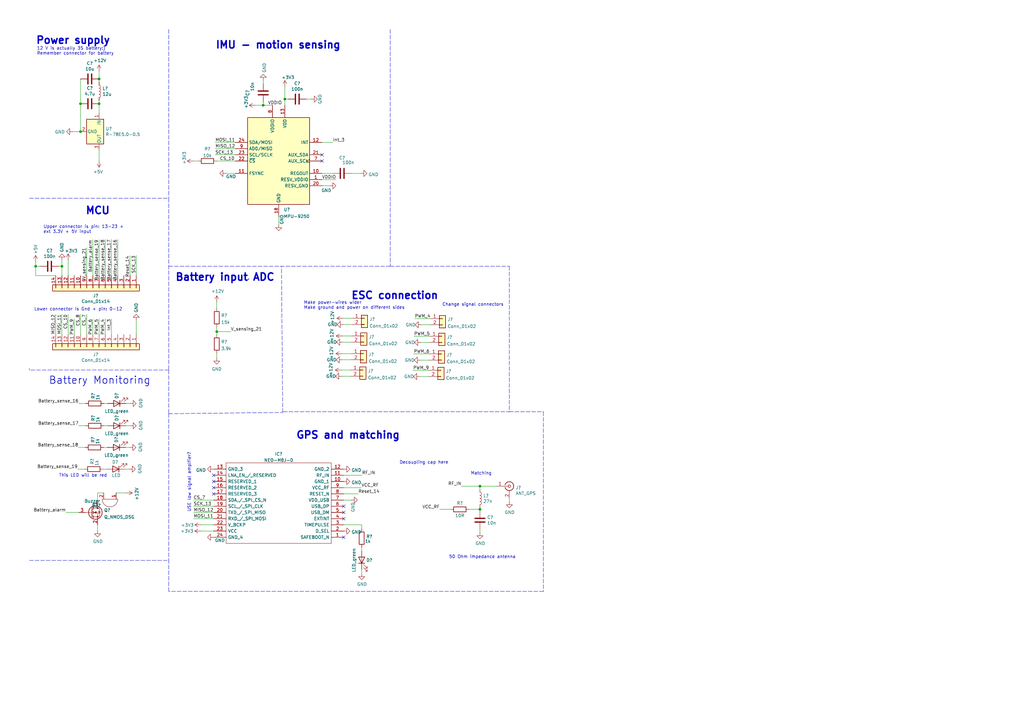
<source format=kicad_sch>
(kicad_sch (version 20211123) (generator eeschema)
  (paper "A3")
  (lib_symbols
    (symbol "Conn_01x14_1" (pin_names (offset 1.016) hide)
      (property "Reference" "J" (at 0 17.78 0))
      (property "Value" "Conn_01x14_1" (at 0 -20.32 0))
      (symbol "Conn_01x14_1_1_1"
        (rectangle (start -1.27 -17.653) (end 0 -17.907) (stroke (width 0.1524)))
        (rectangle (start -1.27 -15.113) (end 0 -15.367) (stroke (width 0.1524)))
        (rectangle (start -1.27 -12.573) (end 0 -12.827) (stroke (width 0.1524)))
        (rectangle (start -1.27 -10.033) (end 0 -10.287) (stroke (width 0.1524)))
        (rectangle (start -1.27 -7.493) (end 0 -7.747) (stroke (width 0.1524)))
        (rectangle (start -1.27 -4.953) (end 0 -5.207) (stroke (width 0.1524)))
        (rectangle (start -1.27 -2.413) (end 0 -2.667) (stroke (width 0.1524)))
        (rectangle (start -1.27 0.127) (end 0 -0.127) (stroke (width 0.1524)))
        (rectangle (start -1.27 2.667) (end 0 2.413) (stroke (width 0.1524)))
        (rectangle (start -1.27 5.207) (end 0 4.953) (stroke (width 0.1524)))
        (rectangle (start -1.27 7.747) (end 0 7.493) (stroke (width 0.1524)))
        (rectangle (start -1.27 10.287) (end 0 10.033) (stroke (width 0.1524)))
        (rectangle (start -1.27 12.827) (end 0 12.573) (stroke (width 0.1524)))
        (rectangle (start -1.27 15.367) (end 0 15.113) (stroke (width 0.1524)))
        (rectangle (start -1.27 16.51) (end 1.27 -19.05) (stroke (width 0.254)) (fill (type background)))
        (pin passive line (at -5.08 15.24 0) (length 3.81) (name "Pin_1") (number "1"))
        (pin passive line (at -5.08 -7.62 0) (length 3.81) (name "Pin_10") (number "10"))
        (pin passive line (at -5.08 -10.16 0) (length 3.81) (name "Pin_11") (number "11"))
        (pin passive line (at -5.08 -12.7 0) (length 3.81) (name "Pin_12") (number "12"))
        (pin passive line (at -5.08 -15.24 0) (length 3.81) (name "Pin_13") (number "13"))
        (pin passive line (at -5.08 -17.78 0) (length 3.81) (name "Pin_14") (number "14"))
        (pin passive line (at -5.08 12.7 0) (length 3.81) (name "Pin_2") (number "2"))
        (pin passive line (at -5.08 10.16 0) (length 3.81) (name "Pin_3") (number "3"))
        (pin passive line (at -5.08 7.62 0) (length 3.81) (name "Pin_4") (number "4"))
        (pin passive line (at -5.08 5.08 0) (length 3.81) (name "Pin_5") (number "5"))
        (pin passive line (at -5.08 2.54 0) (length 3.81) (name "Pin_6") (number "6"))
        (pin passive line (at -5.08 0 0) (length 3.81) (name "Pin_7") (number "7"))
        (pin passive line (at -5.08 -2.54 0) (length 3.81) (name "Pin_8") (number "8"))
        (pin passive line (at -5.08 -5.08 0) (length 3.81) (name "Pin_9") (number "9"))
      )
    )
    (symbol "Connector:Conn_Coaxial" (pin_names (offset 1.016) hide)
      (property "Reference" "J" (at 0.254 3.048 0))
      (property "Value" "Conn_Coaxial" (at 2.921 0 90))
      (symbol "Conn_Coaxial_0_1"
        (arc (start -1.778 -0.508) (mid 0.222 -1.808) (end 1.778 0) (stroke (width 0.254)))
        (polyline (pts (xy -2.54 0) (xy -0.508 0)))
        (polyline (pts (xy 0 -2.54) (xy 0 -1.778)))
        (circle (center 0 0) (radius 0.508) (stroke (width 0.2032)))
        (arc (start 1.778 0) (mid 0.222 1.8083) (end -1.778 0.508) (stroke (width 0.254)))
      )
      (symbol "Conn_Coaxial_1_1"
        (pin passive line (at -5.08 0 0) (length 2.54) (name "In") (number "1"))
        (pin passive line (at 0 -5.08 90) (length 2.54) (name "Ext") (number "2"))
      )
    )
    (symbol "Connector_Generic:Conn_01x02" (pin_names (offset 1.016) hide)
      (property "Reference" "J" (at 0 2.54 0))
      (property "Value" "Conn_01x02" (at 0 -5.08 0))
      (symbol "Conn_01x02_1_1"
        (rectangle (start -1.27 -2.413) (end 0 -2.667) (stroke (width 0.1524)))
        (rectangle (start -1.27 0.127) (end 0 -0.127) (stroke (width 0.1524)))
        (rectangle (start -1.27 1.27) (end 1.27 -3.81) (stroke (width 0.254)) (fill (type background)))
        (pin passive line (at -5.08 0 0) (length 3.81) (name "Pin_1") (number "1"))
        (pin passive line (at -5.08 -2.54 0) (length 3.81) (name "Pin_2") (number "2"))
      )
    )
    (symbol "Connector_Generic:Conn_01x14" (pin_names (offset 1.016) hide)
      (property "Reference" "J" (at 0 17.78 0))
      (property "Value" "Conn_01x14" (at 0 -20.32 0))
      (symbol "Conn_01x14_1_1"
        (rectangle (start -1.27 -17.653) (end 0 -17.907) (stroke (width 0.1524)))
        (rectangle (start -1.27 -15.113) (end 0 -15.367) (stroke (width 0.1524)))
        (rectangle (start -1.27 -12.573) (end 0 -12.827) (stroke (width 0.1524)))
        (rectangle (start -1.27 -10.033) (end 0 -10.287) (stroke (width 0.1524)))
        (rectangle (start -1.27 -7.493) (end 0 -7.747) (stroke (width 0.1524)))
        (rectangle (start -1.27 -4.953) (end 0 -5.207) (stroke (width 0.1524)))
        (rectangle (start -1.27 -2.413) (end 0 -2.667) (stroke (width 0.1524)))
        (rectangle (start -1.27 0.127) (end 0 -0.127) (stroke (width 0.1524)))
        (rectangle (start -1.27 2.667) (end 0 2.413) (stroke (width 0.1524)))
        (rectangle (start -1.27 5.207) (end 0 4.953) (stroke (width 0.1524)))
        (rectangle (start -1.27 7.747) (end 0 7.493) (stroke (width 0.1524)))
        (rectangle (start -1.27 10.287) (end 0 10.033) (stroke (width 0.1524)))
        (rectangle (start -1.27 12.827) (end 0 12.573) (stroke (width 0.1524)))
        (rectangle (start -1.27 15.367) (end 0 15.113) (stroke (width 0.1524)))
        (rectangle (start -1.27 16.51) (end 1.27 -19.05) (stroke (width 0.254)) (fill (type background)))
        (pin passive line (at -5.08 15.24 0) (length 3.81) (name "Pin_1") (number "1"))
        (pin passive line (at -5.08 -7.62 0) (length 3.81) (name "Pin_10") (number "10"))
        (pin passive line (at -5.08 -10.16 0) (length 3.81) (name "Pin_11") (number "11"))
        (pin passive line (at -5.08 -12.7 0) (length 3.81) (name "Pin_12") (number "12"))
        (pin passive line (at -5.08 -15.24 0) (length 3.81) (name "Pin_13") (number "13"))
        (pin passive line (at -5.08 -17.78 0) (length 3.81) (name "Pin_14") (number "14"))
        (pin passive line (at -5.08 12.7 0) (length 3.81) (name "Pin_2") (number "2"))
        (pin passive line (at -5.08 10.16 0) (length 3.81) (name "Pin_3") (number "3"))
        (pin passive line (at -5.08 7.62 0) (length 3.81) (name "Pin_4") (number "4"))
        (pin passive line (at -5.08 5.08 0) (length 3.81) (name "Pin_5") (number "5"))
        (pin passive line (at -5.08 2.54 0) (length 3.81) (name "Pin_6") (number "6"))
        (pin passive line (at -5.08 0 0) (length 3.81) (name "Pin_7") (number "7"))
        (pin passive line (at -5.08 -2.54 0) (length 3.81) (name "Pin_8") (number "8"))
        (pin passive line (at -5.08 -5.08 0) (length 3.81) (name "Pin_9") (number "9"))
      )
    )
    (symbol "Device:Buzzer" (pin_names (offset 0.0254) hide)
      (property "Reference" "BZ" (at 3.81 1.27 0))
      (property "Value" "Buzzer" (at 3.81 -1.27 0))
      (symbol "Buzzer_0_1"
        (arc (start 0 -3.175) (mid 3.175 0) (end 0 3.175))
        (polyline (pts (xy -1.651 1.905) (xy -1.143 1.905)))
        (polyline (pts (xy -1.397 2.159) (xy -1.397 1.651)))
        (polyline (pts (xy 0 3.175) (xy 0 -3.175)))
      )
      (symbol "Buzzer_1_1"
        (pin passive line (at -2.54 2.54 0) (length 2.54) (name "-") (number "1"))
        (pin passive line (at -2.54 -2.54 0) (length 2.54) (name "+") (number "2"))
      )
    )
    (symbol "Device:C" (pin_numbers hide) (pin_names (offset 0.254))
      (property "Reference" "C" (at 0.635 2.54 0))
      (property "Value" "C" (at 0.635 -2.54 0))
      (symbol "C_0_1"
        (polyline (pts (xy -2.032 -0.762) (xy 2.032 -0.762)) (stroke (width 0.508)))
        (polyline (pts (xy -2.032 0.762) (xy 2.032 0.762)) (stroke (width 0.508)))
      )
      (symbol "C_1_1"
        (pin passive line (at 0 3.81 270) (length 2.794) (name "~") (number "1"))
        (pin passive line (at 0 -3.81 90) (length 2.794) (name "~") (number "2"))
      )
    )
    (symbol "Device:L" (pin_numbers hide) (pin_names (offset 1.016) hide)
      (property "Reference" "L" (at -1.27 0 90))
      (property "Value" "L" (at 1.905 0 90))
      (symbol "L_0_1"
        (arc (start 0 -2.54) (mid 0.635 -1.905) (end 0 -1.27))
        (arc (start 0 -1.27) (mid 0.635 -0.635) (end 0 0))
        (arc (start 0 0) (mid 0.635 0.635) (end 0 1.27))
        (arc (start 0 1.27) (mid 0.635 1.905) (end 0 2.54))
      )
      (symbol "L_1_1"
        (pin passive line (at 0 3.81 270) (length 1.27) (name "1") (number "1"))
        (pin passive line (at 0 -3.81 90) (length 1.27) (name "2") (number "2"))
      )
    )
    (symbol "Device:LED" (pin_numbers hide) (pin_names (offset 1.016) hide)
      (property "Reference" "D" (at 0 2.54 0))
      (property "Value" "LED" (at 0 -2.54 0))
      (symbol "LED_0_1"
        (polyline (pts (xy -1.27 -1.27) (xy -1.27 1.27)) (stroke (width 0.254)))
        (polyline (pts (xy -1.27 0) (xy 1.27 0)))
        (polyline (pts (xy 1.27 -1.27) (xy 1.27 1.27) (xy -1.27 0) (xy 1.27 -1.27)) (stroke (width 0.254)))
        (polyline (pts (xy -3.048 -0.762) (xy -4.572 -2.286) (xy -3.81 -2.286) (xy -4.572 -2.286) (xy -4.572 -1.524)))
        (polyline (pts (xy -1.778 -0.762) (xy -3.302 -2.286) (xy -2.54 -2.286) (xy -3.302 -2.286) (xy -3.302 -1.524)))
      )
      (symbol "LED_1_1"
        (pin passive line (at -3.81 0 0) (length 2.54) (name "K") (number "1"))
        (pin passive line (at 3.81 0 180) (length 2.54) (name "A") (number "2"))
      )
    )
    (symbol "Device:Q_NMOS_DSG" (pin_names (offset 0) hide)
      (property "Reference" "Q" (at 5.08 1.27 0))
      (property "Value" "Q_NMOS_DSG" (at 5.08 -1.27 0))
      (symbol "Q_NMOS_DSG_0_1"
        (polyline (pts (xy 0.254 0) (xy -2.54 0)))
        (polyline (pts (xy 0.254 1.905) (xy 0.254 -1.905)) (stroke (width 0.254)))
        (polyline (pts (xy 0.762 -1.27) (xy 0.762 -2.286)) (stroke (width 0.254)))
        (polyline (pts (xy 0.762 0.508) (xy 0.762 -0.508)) (stroke (width 0.254)))
        (polyline (pts (xy 0.762 2.286) (xy 0.762 1.27)) (stroke (width 0.254)))
        (polyline (pts (xy 2.54 2.54) (xy 2.54 1.778)))
        (polyline (pts (xy 2.54 -2.54) (xy 2.54 0) (xy 0.762 0)))
        (polyline (pts (xy 0.762 -1.778) (xy 3.302 -1.778) (xy 3.302 1.778) (xy 0.762 1.778)))
        (polyline (pts (xy 1.016 0) (xy 2.032 0.381) (xy 2.032 -0.381) (xy 1.016 0)) (fill (type outline)))
        (polyline (pts (xy 2.794 0.508) (xy 2.921 0.381) (xy 3.683 0.381) (xy 3.81 0.254)))
        (polyline (pts (xy 3.302 0.381) (xy 2.921 -0.254) (xy 3.683 -0.254) (xy 3.302 0.381)))
        (circle (center 1.651 0) (radius 2.794) (stroke (width 0.254)))
        (circle (center 2.54 -1.778) (radius 0.254) (fill (type outline)))
        (circle (center 2.54 1.778) (radius 0.254) (fill (type outline)))
      )
      (symbol "Q_NMOS_DSG_1_1"
        (pin passive line (at 2.54 5.08 270) (length 2.54) (name "D") (number "1"))
        (pin passive line (at 2.54 -5.08 90) (length 2.54) (name "S") (number "2"))
        (pin input line (at -5.08 0 0) (length 2.54) (name "G") (number "3"))
      )
    )
    (symbol "Device:R" (pin_numbers hide) (pin_names (offset 0))
      (property "Reference" "R" (at 2.032 0 90))
      (property "Value" "R" (at 0 0 90))
      (symbol "R_0_1"
        (rectangle (start -1.016 -2.54) (end 1.016 2.54) (stroke (width 0.254)))
      )
      (symbol "R_1_1"
        (pin passive line (at 0 3.81 270) (length 1.27) (name "~") (number "1"))
        (pin passive line (at 0 -3.81 90) (length 1.27) (name "~") (number "2"))
      )
    )
    (symbol "Regulator_Switching:R-78E5.0-0.5" (pin_names (offset 0.254))
      (property "Reference" "U" (at -3.81 3.175 0))
      (property "Value" "R-78E5.0-0.5" (at 0 3.175 0))
      (symbol "R-78E5.0-0.5_0_1"
        (rectangle (start -5.08 1.905) (end 5.08 -5.08) (stroke (width 0.254)) (fill (type background)))
      )
      (symbol "R-78E5.0-0.5_1_1"
        (pin power_in line (at -7.62 0 0) (length 2.54) (name "IN") (number "1"))
        (pin power_in line (at 0 -7.62 90) (length 2.54) (name "GND") (number "2"))
        (pin power_out line (at 7.62 0 180) (length 2.54) (name "OUT") (number "3"))
      )
    )
    (symbol "Sensor_Motion:MPU-9250"
      (property "Reference" "U" (at -11.43 19.05 0))
      (property "Value" "MPU-9250" (at 7.62 -19.05 0))
      (symbol "MPU-9250_0_1"
        (rectangle (start -12.7 17.78) (end 12.7 -17.78) (stroke (width 0.254)) (fill (type background)))
      )
      (symbol "MPU-9250_1_1"
        (pin input line (at 17.78 -7.62 180) (length 5.08) (name "RESV_VDDIO") (number "1"))
        (pin passive line (at 17.78 -5.08 180) (length 5.08) (name "REGOUT") (number "10"))
        (pin input line (at -17.78 -5.08 0) (length 5.08) (name "FSYNC") (number "11"))
        (pin output line (at 17.78 7.62 180) (length 5.08) (name "INT") (number "12"))
        (pin power_in line (at 2.54 22.86 270) (length 5.08) (name "VDD") (number "13"))
        (pin power_in line (at 0 -22.86 90) (length 5.08) (name "GND") (number "18"))
        (pin power_in line (at 17.78 -10.16 180) (length 5.08) (name "RESV_GND") (number "20"))
        (pin bidirectional line (at 17.78 2.54 180) (length 5.08) (name "AUX_SDA") (number "21"))
        (pin input line (at -17.78 0 0) (length 5.08) (name "~{CS}") (number "22"))
        (pin input line (at -17.78 2.54 0) (length 5.08) (name "SCL/SCLK") (number "23"))
        (pin bidirectional line (at -17.78 7.62 0) (length 5.08) (name "SDA/MOSI") (number "24"))
        (pin output clock (at 17.78 0 180) (length 5.08) (name "AUX_SCL") (number "7"))
        (pin power_in line (at -2.54 22.86 270) (length 5.08) (name "VDDIO") (number "8"))
        (pin bidirectional line (at -17.78 5.08 0) (length 5.08) (name "AD0/MISO") (number "9"))
      )
    )
    (symbol "gps 1:NEO-M8J-0" (pin_names (offset 0.762))
      (property "Reference" "IC" (at 49.53 7.62 0))
      (property "Value" "NEO-M8J-0" (at 49.53 5.08 0))
      (symbol "NEO-M8J-0_0_0"
        (pin passive line (at 53.34 -27.94 180) (length 5.08) (name "SAFEBOOT_N") (number "1"))
        (pin passive line (at 53.34 -5.08 180) (length 5.08) (name "GND_1") (number "10"))
        (pin passive line (at 53.34 -2.54 180) (length 5.08) (name "RF_IN") (number "11"))
        (pin passive line (at 53.34 0 180) (length 5.08) (name "GND_2") (number "12"))
        (pin passive line (at 0 0 0) (length 5.08) (name "GND_3") (number "13"))
        (pin passive line (at 0 -2.54 0) (length 5.08) (name "LNA_EN_/_RESERVED") (number "14"))
        (pin passive line (at 0 -5.08 0) (length 5.08) (name "RESERVED_1") (number "15"))
        (pin passive line (at 0 -7.62 0) (length 5.08) (name "RESERVED_2") (number "16"))
        (pin passive line (at 0 -10.16 0) (length 5.08) (name "RESERVED_3") (number "17"))
        (pin passive line (at 0 -12.7 0) (length 5.08) (name "SDA_/_SPI_CS_N") (number "18"))
        (pin passive line (at 0 -15.24 0) (length 5.08) (name "SCL_/_SPI_CLK") (number "19"))
        (pin passive line (at 53.34 -25.4 180) (length 5.08) (name "D_SEL") (number "2"))
        (pin passive line (at 0 -17.78 0) (length 5.08) (name "TXD_/_SPI_MISO") (number "20"))
        (pin passive line (at 0 -20.32 0) (length 5.08) (name "RXD_/_SPI_MOSI") (number "21"))
        (pin passive line (at 0 -22.86 0) (length 5.08) (name "V_BCKP") (number "22"))
        (pin passive line (at 0 -25.4 0) (length 5.08) (name "VCC") (number "23"))
        (pin passive line (at 0 -27.94 0) (length 5.08) (name "GND_4") (number "24"))
        (pin passive line (at 53.34 -22.86 180) (length 5.08) (name "TIMEPULSE") (number "3"))
        (pin passive line (at 53.34 -20.32 180) (length 5.08) (name "EXTINT") (number "4"))
        (pin passive line (at 53.34 -17.78 180) (length 5.08) (name "USB_DM") (number "5"))
        (pin passive line (at 53.34 -15.24 180) (length 5.08) (name "USB_DP") (number "6"))
        (pin passive line (at 53.34 -12.7 180) (length 5.08) (name "VDD_USB") (number "7"))
        (pin passive line (at 53.34 -10.16 180) (length 5.08) (name "RESET_N") (number "8"))
        (pin passive line (at 53.34 -7.62 180) (length 5.08) (name "VCC_RF") (number "9"))
      )
      (symbol "NEO-M8J-0_0_1"
        (polyline (pts (xy 5.08 2.54) (xy 48.26 2.54) (xy 48.26 -30.48) (xy 5.08 -30.48) (xy 5.08 2.54)) (stroke (width 0.1524)))
      )
    )
    (symbol "power:+12V" (power) (pin_names (offset 0))
      (property "Value" "+12V" (at 0 3.556 0))
      (symbol "+12V_0_1"
        (polyline (pts (xy -0.762 1.27) (xy 0 2.54)))
        (polyline (pts (xy 0 0) (xy 0 2.54)))
        (polyline (pts (xy 0 2.54) (xy 0.762 1.27)))
      )
      (symbol "+12V_1_1"
        (pin power_in line (at 0 0 90) (length 0) hide (name "+12V") (number "1"))
      )
    )
    (symbol "power:+3.3V" (power) (pin_names (offset 0))
      (property "Value" "+3.3V" (at 0 3.556 0))
      (symbol "+3.3V_0_1"
        (polyline (pts (xy -0.762 1.27) (xy 0 2.54)))
        (polyline (pts (xy 0 0) (xy 0 2.54)))
        (polyline (pts (xy 0 2.54) (xy 0.762 1.27)))
      )
      (symbol "+3.3V_1_1"
        (pin power_in line (at 0 0 90) (length 0) hide (name "+3V3") (number "1"))
      )
    )
    (symbol "power:+5V" (power) (pin_names (offset 0))
      (property "Value" "+5V" (at 0 3.556 0))
      (symbol "+5V_0_1"
        (polyline (pts (xy -0.762 1.27) (xy 0 2.54)))
        (polyline (pts (xy 0 0) (xy 0 2.54)))
        (polyline (pts (xy 0 2.54) (xy 0.762 1.27)))
      )
      (symbol "+5V_1_1"
        (pin power_in line (at 0 0 90) (length 0) hide (name "+5V") (number "1"))
      )
    )
    (symbol "power:GND" (power) (pin_names (offset 0))
      (property "Value" "GND" (at 0 -3.81 0))
      (symbol "GND_0_1"
        (polyline (pts (xy 0 0) (xy 0 -1.27) (xy 1.27 -1.27) (xy 0 -2.54) (xy -1.27 -1.27) (xy 0 -1.27)))
      )
      (symbol "GND_1_1"
        (pin power_in line (at 0 0 270) (length 0) hide (name "GND") (number "1"))
      )
    )
  )
  (junction (at 14.605 109.22))
  (junction (at 33.02 53.975))
  (junction (at 25.4 109.22))
  (junction (at 196.85 199.39))
  (junction (at 40.64 42.545))
  (junction (at 196.85 208.915))
  (junction (at 40.64 32.385))
  (junction (at 107.95 43.18))
  (junction (at 33.02 42.545))
  (junction (at 116.84 40.64))
  (junction (at 88.9 136.017))
  (no_connect (at 87.63 197.485))
  (no_connect (at 140.97 212.725))
  (no_connect (at 140.97 210.185))
  (no_connect (at 132.08 63.5))
  (no_connect (at 87.63 200.025))
  (no_connect (at 140.97 220.345))
  (no_connect (at 140.97 207.645))
  (no_connect (at 132.08 66.04))
  (no_connect (at 87.63 202.565))
  (no_connect (at 87.63 194.945))
  (wire (pts (xy 52.959 192.405) (xy 51.308 192.405)))
  (wire (pts (xy 140.081 151.765) (xy 143.764 151.765)))
  (wire (pts (xy 55.88 104.775) (xy 55.88 113.03)))
  (polyline (pts (xy 69.215 151.765) (xy 12.065 151.765)))
  (wire (pts (xy 172.212 154.432) (xy 175.768 154.432)))
  (wire (pts (xy 40.64 32.385) (xy 40.64 33.655)))
  (wire (pts (xy 40.005 202.184) (xy 42.545 202.184)))
  (wire (pts (xy 88.9 144.907) (xy 88.9 146.812)))
  (wire (pts (xy 140.462 137.795) (xy 144.145 137.795)))
  (wire (pts (xy 27.051 210.185) (xy 32.385 210.185)))
  (wire (pts (xy 140.97 205.105) (xy 144.018 205.105)))
  (polyline (pts (xy 101.6 114.681) (xy 102.108 114.3)))
  (wire (pts (xy 88.9 134.112) (xy 88.9 136.017)))
  (wire (pts (xy 180.34 208.915) (xy 184.785 208.915)))
  (wire (pts (xy 114.3 92.075) (xy 114.3 88.9)))
  (wire (pts (xy 92.71 71.12) (xy 96.52 71.12)))
  (wire (pts (xy 132.08 71.12) (xy 136.525 71.12)))
  (wire (pts (xy 32.258 165.481) (xy 35.052 165.481)))
  (wire (pts (xy 148.336 215.265) (xy 148.336 216.916)))
  (wire (pts (xy 79.375 212.725) (xy 87.63 212.725)))
  (wire (pts (xy 169.799 137.922) (xy 176.149 137.922)))
  (wire (pts (xy 172.466 147.701) (xy 176.022 147.701)))
  (wire (pts (xy 88.9 123.825) (xy 88.9 126.492)))
  (polyline (pts (xy 12.065 229.87) (xy 69.215 229.87)))
  (wire (pts (xy 40.64 130.81) (xy 40.64 137.16)))
  (wire (pts (xy 30.48 130.81) (xy 30.48 137.16)))
  (wire (pts (xy 79.375 205.105) (xy 87.63 205.105)))
  (polyline (pts (xy 69.215 169.545) (xy 69.215 229.87)))
  (wire (pts (xy 53.34 104.902) (xy 53.34 113.03)))
  (wire (pts (xy 132.08 73.66) (xy 137.795 73.66)))
  (wire (pts (xy 140.97 200.025) (xy 148.209 200.025)))
  (wire (pts (xy 116.84 40.64) (xy 116.84 43.18)))
  (wire (pts (xy 25.4 109.22) (xy 25.4 113.03)))
  (wire (pts (xy 140.716 130.556) (xy 144.399 130.556)))
  (wire (pts (xy 88.265 60.96) (xy 96.52 60.96)))
  (wire (pts (xy 43.942 183.515) (xy 42.545 183.515)))
  (wire (pts (xy 172.847 133.223) (xy 176.403 133.223)))
  (wire (pts (xy 88.9 136.017) (xy 88.9 137.287)))
  (wire (pts (xy 29.845 53.975) (xy 33.02 53.975)))
  (wire (pts (xy 107.95 34.29) (xy 107.95 33.02)))
  (wire (pts (xy 79.375 207.645) (xy 87.63 207.645)))
  (wire (pts (xy 14.605 113.03) (xy 22.86 113.03)))
  (wire (pts (xy 196.85 200.66) (xy 196.85 199.39)))
  (wire (pts (xy 32.131 183.515) (xy 34.925 183.515)))
  (wire (pts (xy 147.955 71.12) (xy 144.145 71.12)))
  (wire (pts (xy 140.208 154.305) (xy 143.764 154.305)))
  (wire (pts (xy 196.85 208.915) (xy 196.85 208.28)))
  (wire (pts (xy 31.877 192.405) (xy 34.671 192.405)))
  (wire (pts (xy 53.34 174.625) (xy 51.689 174.625)))
  (wire (pts (xy 140.335 145.034) (xy 144.018 145.034)))
  (wire (pts (xy 33.02 32.385) (xy 33.02 42.545)))
  (wire (pts (xy 48.26 98.171) (xy 48.26 113.03)))
  (wire (pts (xy 107.95 43.18) (xy 107.95 41.91)))
  (wire (pts (xy 14.605 109.22) (xy 14.605 113.03)))
  (wire (pts (xy 82.423 217.805) (xy 87.63 217.805)))
  (wire (pts (xy 116.84 35.56) (xy 116.84 40.64)))
  (wire (pts (xy 40.64 41.275) (xy 40.64 42.545)))
  (polyline (pts (xy 116.205 168.91) (xy 208.915 168.91)))
  (polyline (pts (xy 102.108 114.3) (xy 101.727 114.808)))
  (polyline (pts (xy 69.215 242.57) (xy 69.215 229.87)))
  (polyline (pts (xy 115.951 169.164) (xy 115.443 109.22)))
  (wire (pts (xy 148.336 225.933) (xy 148.336 224.536)))
  (wire (pts (xy 169.418 151.892) (xy 175.768 151.892)))
  (wire (pts (xy 104.775 43.18) (xy 107.95 43.18)))
  (wire (pts (xy 140.589 140.335) (xy 144.145 140.335)))
  (wire (pts (xy 203.835 199.39) (xy 196.85 199.39)))
  (wire (pts (xy 79.375 66.04) (xy 81.28 66.04)))
  (wire (pts (xy 38.1 130.81) (xy 38.1 137.16)))
  (wire (pts (xy 140.97 202.565) (xy 146.939 202.565)))
  (wire (pts (xy 118.11 40.64) (xy 116.84 40.64)))
  (wire (pts (xy 170.053 130.683) (xy 176.403 130.683)))
  (wire (pts (xy 196.85 218.44) (xy 196.85 217.17)))
  (wire (pts (xy 14.605 107.315) (xy 14.605 109.22)))
  (wire (pts (xy 79.375 210.185) (xy 87.63 210.185)))
  (wire (pts (xy 148.336 235.204) (xy 148.336 233.553)))
  (wire (pts (xy 135.255 76.2) (xy 132.08 76.2)))
  (wire (pts (xy 127.635 40.64) (xy 125.73 40.64)))
  (wire (pts (xy 47.625 202.184) (xy 51.689 202.184)))
  (wire (pts (xy 27.94 106.68) (xy 27.94 113.03)))
  (polyline (pts (xy 69.215 12.065) (xy 69.215 81.28)))
  (wire (pts (xy 43.688 192.405) (xy 42.291 192.405)))
  (wire (pts (xy 25.4 128.905) (xy 25.4 137.16)))
  (wire (pts (xy 40.64 61.595) (xy 40.64 66.04)))
  (wire (pts (xy 40.005 215.265) (xy 40.005 217.678)))
  (wire (pts (xy 43.18 98.171) (xy 43.18 113.03)))
  (polyline (pts (xy 12.065 151.13) (xy 12.065 151.765)))
  (wire (pts (xy 88.265 58.42) (xy 96.52 58.42)))
  (wire (pts (xy 140.97 215.265) (xy 148.336 215.265)))
  (polyline (pts (xy 208.915 168.91) (xy 222.885 168.91)))
  (wire (pts (xy 14.605 109.22) (xy 16.51 109.22)))
  (wire (pts (xy 88.9 66.04) (xy 96.52 66.04)))
  (polyline (pts (xy 69.215 109.22) (xy 160.02 109.22)))
  (wire (pts (xy 32.258 174.625) (xy 35.052 174.625)))
  (polyline (pts (xy 69.215 81.28) (xy 69.215 151.765)))
  (wire (pts (xy 22.86 128.905) (xy 22.86 137.16)))
  (wire (pts (xy 38.1 98.298) (xy 38.1 113.03)))
  (wire (pts (xy 25.4 106.68) (xy 25.4 109.22)))
  (wire (pts (xy 196.85 208.915) (xy 196.85 209.55)))
  (wire (pts (xy 107.95 43.18) (xy 111.76 43.18)))
  (wire (pts (xy 40.005 202.184) (xy 40.005 205.105)))
  (polyline (pts (xy 69.215 151.765) (xy 69.215 169.672)))
  (wire (pts (xy 33.02 42.545) (xy 33.02 53.975)))
  (polyline (pts (xy 160.02 109.22) (xy 208.915 109.22)))
  (wire (pts (xy 88.9 136.017) (xy 94.615 136.017)))
  (wire (pts (xy 43.18 130.81) (xy 43.18 137.16)))
  (polyline (pts (xy 222.885 242.57) (xy 69.215 242.57)))
  (polyline (pts (xy 222.885 168.91) (xy 222.885 242.57)))
  (wire (pts (xy 44.069 174.625) (xy 42.672 174.625)))
  (wire (pts (xy 45.72 98.171) (xy 45.72 113.03)))
  (wire (pts (xy 40.64 98.298) (xy 40.64 113.03)))
  (wire (pts (xy 53.213 183.515) (xy 51.562 183.515)))
  (wire (pts (xy 40.64 29.21) (xy 40.64 32.385)))
  (polyline (pts (xy 160.02 12.065) (xy 160.02 109.22)))
  (wire (pts (xy 24.13 109.22) (xy 25.4 109.22)))
  (polyline (pts (xy 69.215 169.672) (xy 115.951 169.164)))
  (wire (pts (xy 27.94 128.905) (xy 27.94 137.16)))
  (wire (pts (xy 53.34 165.481) (xy 51.689 165.481)))
  (wire (pts (xy 208.915 205.74) (xy 208.915 204.47)))
  (wire (pts (xy 35.56 101.6) (xy 35.56 113.03)))
  (wire (pts (xy 132.08 58.42) (xy 136.525 58.42)))
  (wire (pts (xy 88.265 63.5) (xy 96.52 63.5)))
  (wire (pts (xy 40.64 42.545) (xy 40.64 46.355)))
  (polyline (pts (xy 208.915 109.22) (xy 208.915 168.91)))
  (wire (pts (xy 35.56 128.905) (xy 35.56 137.16)))
  (wire (pts (xy 140.97 194.945) (xy 148.463 194.945)))
  (wire (pts (xy 140.462 147.574) (xy 144.018 147.574)))
  (polyline (pts (xy 12.065 81.28) (xy 69.215 81.28)))
  (wire (pts (xy 172.593 140.462) (xy 176.149 140.462)))
  (wire (pts (xy 192.405 208.915) (xy 196.85 208.915)))
  (wire (pts (xy 169.672 145.161) (xy 176.022 145.161)))
  (wire (pts (xy 44.069 165.481) (xy 42.672 165.481)))
  (wire (pts (xy 55.88 131.445) (xy 55.88 137.16)))
  (wire (pts (xy 82.423 215.265) (xy 87.63 215.265)))
  (wire (pts (xy 140.843 133.096) (xy 144.399 133.096)))
  (wire (pts (xy 33.02 128.905) (xy 33.02 137.16)))
  (wire (pts (xy 196.85 199.39) (xy 189.23 199.39)))
  (wire (pts (xy 45.72 130.81) (xy 45.72 137.16)))
  (text "12 V is actually 3S battery:)\nRemember connector for battery" (at 15.113 22.733 0) (effects (font (size 1.27 1.27)) (justify left bottom)))
  (text "Lower connector is Gnd + pin: 0-12" (at 13.97 127.635 0) (effects (font (size 1.27 1.27)) (justify left bottom)))
  (text "Make power-wires wider\nMake ground and power on different sides" (at 124.587 127 0) (effects (font (size 1.27 1.27)) (justify left bottom)))
  (text "50 Ohm impedance antenna\n" (at 184.15 229.235 0) (effects (font (size 1.27 1.27)) (justify left bottom)))
  (text "ESC connection" (at 143.891 123.063 0) (effects (font (size 3 3) bold) (justify left bottom)))
  (text "Upper connector is pin: 13-23 + \next 3.3V + 5V input" (at 17.78 95.885 0) (effects (font (size 1.27 1.27)) (justify left bottom)))
  (text "Battery Monitoring" (at 19.939 157.861 0) (effects (font (size 3 3) (thickness 0.254) bold) (justify left bottom)))
  (text "MCU\n" (at 34.925 88.265 0) (effects (font (size 3 3) (thickness 0.6) bold) (justify left bottom)))
  (text "Change signal connectors" (at 181.356 125.73 0) (effects (font (size 1.27 1.27)) (justify left bottom)))
  (text "Matching\n" (at 193.04 194.945 0) (effects (font (size 1.27 1.27)) (justify left bottom)))
  (text "GPS and matching" (at 121.285 180.34 0) (effects (font (size 3 3) bold) (justify left bottom)))
  (text "Battery input ADC\n" (at 71.755 115.57 0) (effects (font (size 3 3) (thickness 0.6) bold) (justify left bottom)))
  (text "IMU - motion sensing" (at 88.265 20.32 0) (effects (font (size 3 3) (thickness 0.6) bold) (justify left bottom)))
  (text "Power supply" (at 14.605 18.415 0) (effects (font (size 2.9972 2.9972) (thickness 0.5994) bold) (justify left bottom)))
  (text "This LED will be red\n" (at 24.13 195.834 0) (effects (font (size 1.27 1.27)) (justify left bottom)))
  (text "Decoupling cap here" (at 163.83 190.5 0) (effects (font (size 1.27 1.27)) (justify left bottom)))
  (text "USE low signal amplfier?" (at 78.359 210.058 90) (effects (font (size 1.27 1.27)) (justify left bottom)))
  (label "CS_10" (at 90.17 66.04 0))
  (label "SCK_13" (at 55.88 104.775 270))
  (label "Int_3" (at 136.525 58.42 0))
  (label "PWM_6" (at 169.672 145.161 0))
  (label "Battery_sense_17" (at 45.72 98.171 270))
  (label "Reset_14" (at 146.939 202.565 0))
  (label "PWM_4" (at 43.18 130.81 270))
  (label "Reset_14" (at 53.34 104.902 270))
  (label "PWM_9" (at 30.48 130.81 270))
  (label "Battery_alarm" (at 27.051 210.185 180))
  (label "VCC_RF" (at 180.34 208.915 180))
  (label "SCK_13" (at 88.265 63.5 0))
  (label "PWM_5" (at 169.799 137.922 0))
  (label "MOSI_11" (at 25.4 128.905 270))
  (label "Battery_sense_16" (at 32.258 165.481 180))
  (label "Battery_sense_19" (at 31.877 192.405 180))
  (label "MOSI_11" (at 88.265 58.42 0))
  (label "PWM_9" (at 169.418 151.892 0))
  (label "Battery_alarm" (at 38.1 98.298 270))
  (label "MISO_12" (at 79.375 210.185 0))
  (label "VDDIO" (at 109.855 43.18 0))
  (label "MISO_12" (at 22.86 128.905 270))
  (label "Battery_sense_19" (at 40.64 98.298 270))
  (label "PWM_5" (at 40.64 130.81 270))
  (label "CS_7" (at 79.375 205.105 0))
  (label "CS_8" (at 33.02 128.905 270))
  (label "Battery_sense_18" (at 32.131 183.515 180))
  (label "RF_IN" (at 148.463 194.945 0))
  (label "PWM_6" (at 38.1 130.81 270))
  (label "CS_10" (at 27.94 128.905 270))
  (label "Battery_sense_16" (at 48.26 98.171 270))
  (label "Battery_sense_18" (at 43.18 98.171 270))
  (label "SCK_13" (at 79.375 207.645 0))
  (label "VCC_RF" (at 148.209 200.025 0))
  (label "Int_3" (at 45.72 130.81 270))
  (label "Battery_sense_17" (at 32.258 174.625 180))
  (label "RF_IN" (at 189.23 199.39 180))
  (label "V_sensing_21" (at 35.56 101.6 270))
  (label "VDDIO" (at 137.795 73.66 180))
  (label "PWM_4" (at 170.053 130.683 0))
  (label "MISO_12" (at 88.265 60.96 0))
  (label "MOSI_11" (at 79.375 212.725 0))
  (label "CS_7" (at 35.56 128.905 270))
  (label "V_sensing_21" (at 94.615 136.017 0))
  (symbol (lib_id "power:+12V") (at 40.64 29.21 0) (unit 1)
    (property "Reference" "#PWR?" (effects hide))
    (property "Value" "+12V" (at 41.021 24.8158 0))
  )
  (symbol (lib_id "power:GND") (at 29.845 53.975 270) (unit 1)
    (property "Reference" "#PWR?" (effects hide))
    (property "Value" "GND" (at 26.5938 54.102 90) (effects (justify right)))
  )
  (symbol (lib_id "Connector_Generic:Conn_01x14") (at 40.64 118.11 270) (unit 1)
    (property "Reference" "J?" (at 39.2684 121.285 90))
    (property "Value" "Conn_01x14" (at 39.2684 123.5964 90))
  )
  (symbol (lib_id "power:+5V") (at 40.64 66.04 180) (unit 1)
    (property "Reference" "#PWR?" (effects hide))
    (property "Value" "+5V" (at 40.259 70.4342 0))
  )
  (symbol (lib_id "Regulator_Switching:R-78E5.0-0.5") (at 40.64 53.975 270) (unit 1)
    (property "Reference" "U?" (at 43.2816 52.8066 90) (effects (justify left)))
    (property "Value" "R-78E5.0-0.5" (at 43.2816 55.118 90) (effects (justify left)))
    (property "Footprint" "Converter_DCDC:Converter_DCDC_RECOM_R-78E-0.5_THT" (effects hide))
    (property "Datasheet" "https://www.recom-power.com/pdf/Innoline/R-78Exx-0.5.pdf" (effects hide))
  )
  (symbol (lib_id "Device:C") (at 36.83 42.545 270) (unit 1)
    (property "Reference" "C?" (at 36.83 36.1442 90))
    (property "Value" "4.7u" (at 36.83 38.4556 90))
  )
  (symbol (lib_id "Device:C") (at 36.83 32.385 270) (unit 1)
    (property "Reference" "C?" (at 36.83 25.9842 90))
    (property "Value" "10u" (at 36.83 28.2956 90))
  )
  (symbol (lib_id "Device:L") (at 40.64 37.465 0) (unit 1)
    (property "Reference" "L?" (at 41.9862 36.2966 0) (effects (justify left)))
    (property "Value" "12u" (at 41.9862 38.608 0) (effects (justify left)))
  )
  (symbol (lib_id "power:GND") (at 172.466 147.701 270) (unit 1)
    (property "Reference" "#PWR?" (effects hide))
    (property "Value" "GND" (at 165.989 147.701 90) (effects (justify left)))
  )
  (symbol (lib_id "power:GND") (at 55.88 131.445 180) (unit 1)
    (property "Reference" "#PWR?" (effects hide))
    (property "Value" "GND" (at 55.88 128.27 90) (effects (justify right)))
  )
  (symbol (lib_id "power:GND") (at 87.63 220.345 270) (unit 1)
    (property "Reference" "#PWR?" (effects hide))
    (property "Value" "GND" (at 88.138 221.615 90) (effects (justify left)))
  )
  (symbol (lib_id "power:GND") (at 140.97 192.405 90) (unit 1)
    (property "Reference" "#PWR?" (effects hide))
    (property "Value" "GND" (at 144.145 192.8388 90) (effects (justify right)))
  )
  (symbol (lib_id "power:GND") (at 140.462 147.574 270) (unit 1)
    (property "Reference" "#PWR?" (effects hide))
    (property "Value" "GND" (at 133.985 147.574 90) (effects (justify left)))
  )
  (symbol (lib_id "power:GND") (at 140.208 154.305 270) (unit 1)
    (property "Reference" "#PWR?" (effects hide))
    (property "Value" "GND" (at 133.731 154.305 90) (effects (justify left)))
  )
  (symbol (lib_id "gps 1:NEO-M8J-0") (at 87.63 192.405 0) (unit 1)
    (property "Reference" "IC?" (at 114.3 186.216 0))
    (property "Value" "NEO-M8J-0" (at 114.3 188.7529 0))
    (property "Footprint" "NEOM8J0" (effects hide))
    (property "Datasheet" "https://www.mouser.in/datasheet/2/1025/NEO_M8_FW3_DataSheet_UBX_15031086-2064257.pdf" (effects hide))
    (property "Description" "GPS Modules u-blox M8 concurrent GNSS LCC module, crystal, flash, SAW, LNA" (effects hide))
    (property "Height" "2.6" (effects hide))
    (property "Manufacturer_Name" "U-Blox" (effects hide))
    (property "Manufacturer_Part_Number" "NEO-M8J-0" (effects hide))
    (property "Mouser Part Number" "377-NEO-M8J-0" (effects hide))
    (property "Mouser Price/Stock" "https://www.mouser.co.uk/ProductDetail/u-blox/NEO-M8J-0?qs=CiayqK2gdcItdKk0jgOvqw%3D%3D" (effects hide))
  )
  (symbol (lib_id "power:GND") (at 52.959 192.405 90) (unit 1)
    (property "Reference" "#PWR?" (effects hide))
    (property "Value" "GND" (at 57.3532 192.278 0))
  )
  (symbol (lib_id "Device:LED") (at 47.752 183.515 180) (unit 1)
    (property "Reference" "D?" (at 47.752 180.34 90))
    (property "Value" "LED_green" (at 47.752 186.69 0))
    (property "Footprint" "LED_SMD:LED_0603_1608Metric_Pad1.05x0.95mm_HandSolder" (effects hide))
  )
  (symbol (lib_id "Device:C") (at 196.85 213.36 0) (unit 1)
    (property "Reference" "C?" (at 199.771 212.1916 0) (effects (justify left)))
    (property "Value" "10n" (at 199.771 214.503 0) (effects (justify left)))
    (property "Footprint" "Capacitor_SMD:C_0603_1608Metric_Pad1.08x0.95mm_HandSolder" (effects hide))
  )
  (symbol (lib_id "power:+12V") (at 51.689 202.184 270) (unit 1)
    (property "Reference" "#PWR?" (effects hide))
    (property "Value" "+12V" (at 56.0832 202.565 0))
  )
  (symbol (lib_name "Conn_01x14_1") (lib_id "Connector_Generic:Conn_01x14") (at 40.64 142.24 270) (unit 1)
    (property "Reference" "J?" (at 39.2684 145.415 90))
    (property "Value" "Conn_01x14" (at 39.2684 147.7264 90))
  )
  (symbol (lib_id "power:+3.3V") (at 104.775 43.18 90) (unit 1)
    (property "Reference" "#PWR?" (effects hide))
    (property "Value" "+3.3V" (at 100.965 41.91 0))
  )
  (symbol (lib_id "power:GND") (at 127.635 40.64 90) (unit 1)
    (property "Reference" "#PWR?" (effects hide))
    (property "Value" "GND" (at 131.2395 40.64 0))
  )
  (symbol (lib_id "power:GND") (at 140.589 140.335 270) (unit 1)
    (property "Reference" "#PWR?" (effects hide))
    (property "Value" "GND" (at 134.112 140.335 90) (effects (justify left)))
  )
  (symbol (lib_id "power:+12V") (at 140.716 130.556 90) (unit 1)
    (property "Reference" "#PWR?" (effects hide))
    (property "Value" "+12V" (at 136.3218 130.175 0))
  )
  (symbol (lib_id "Device:C") (at 121.92 40.64 270) (unit 1)
    (property "Reference" "C?" (at 121.92 34.2392 90))
    (property "Value" "100n" (at 121.92 36.5506 90))
  )
  (symbol (lib_id "Device:R") (at 148.336 220.726 180) (unit 1)
    (property "Reference" "R?" (at 151.511 220.091 0))
    (property "Value" "1k" (at 150.876 221.996 0))
    (property "Footprint" "Resistor_SMD:R_0603_1608Metric_Pad0.98x0.95mm_HandSolder" (effects hide))
  )
  (symbol (lib_id "Connector_Generic:Conn_01x02") (at 181.102 145.161 0) (unit 1)
    (property "Reference" "J?" (at 183.134 145.5225 0) (effects (justify left)))
    (property "Value" "Conn_01x02" (at 183.134 148.2976 0) (effects (justify left)))
  )
  (symbol (lib_id "Connector_Generic:Conn_01x02") (at 148.844 151.765 0) (unit 1)
    (property "Reference" "J?" (at 150.876 152.1265 0) (effects (justify left)))
    (property "Value" "Conn_01x02" (at 150.876 154.9016 0) (effects (justify left)))
  )
  (symbol (lib_id "Device:R") (at 188.595 208.915 270) (unit 1)
    (property "Reference" "R?" (at 188.595 206.375 90))
    (property "Value" "10R" (at 188.595 211.455 90))
    (property "Footprint" "Resistor_SMD:R_0603_1608Metric_Pad0.98x0.95mm_HandSolder" (effects hide))
  )
  (symbol (lib_id "Device:R") (at 38.735 183.515 270) (unit 1)
    (property "Reference" "R?" (at 38.1 180.34 0))
    (property "Value" "1k" (at 40.005 180.975 0))
    (property "Footprint" "Resistor_SMD:R_0603_1608Metric_Pad0.98x0.95mm_HandSolder" (effects hide))
  )
  (symbol (lib_id "Device:R") (at 38.862 165.481 270) (unit 1)
    (property "Reference" "R?" (at 38.227 162.306 0))
    (property "Value" "1k" (at 40.132 162.941 0))
    (property "Footprint" "Resistor_SMD:R_0603_1608Metric_Pad0.98x0.95mm_HandSolder" (effects hide))
  )
  (symbol (lib_id "power:GND") (at 135.255 76.2 90) (unit 1)
    (property "Reference" "#PWR?" (effects hide))
    (property "Value" "GND" (at 135.89 78.105 90) (effects (justify left)))
  )
  (symbol (lib_id "power:GND") (at 172.212 154.432 270) (unit 1)
    (property "Reference" "#PWR?" (effects hide))
    (property "Value" "GND" (at 165.735 154.432 90) (effects (justify left)))
  )
  (symbol (lib_id "power:+3.3V") (at 27.94 106.68 0) (unit 1)
    (property "Reference" "#PWR?" (effects hide))
    (property "Value" "+3.3V" (at 29.21 102.87 0))
  )
  (symbol (lib_id "Device:R") (at 85.09 66.04 90) (unit 1)
    (property "Reference" "R?" (at 85.09 61.0575 90))
    (property "Value" "10k" (at 85.09 63.8326 90))
  )
  (symbol (lib_id "Device:LED") (at 47.879 165.481 180) (unit 1)
    (property "Reference" "D?" (at 47.879 162.306 90))
    (property "Value" "LED_green" (at 47.879 168.656 0))
    (property "Footprint" "LED_SMD:LED_0603_1608Metric_Pad1.05x0.95mm_HandSolder" (effects hide))
  )
  (symbol (lib_id "power:GND") (at 196.85 218.44 0) (unit 1)
    (property "Reference" "#PWR?" (effects hide))
    (property "Value" "GND" (at 196.977 222.8342 0))
  )
  (symbol (lib_id "power:GND") (at 88.9 146.812 0) (unit 1)
    (property "Reference" "#PWR?" (effects hide))
    (property "Value" "GND" (at 88.9 151.3745 0))
  )
  (symbol (lib_id "Device:R") (at 38.862 174.625 270) (unit 1)
    (property "Reference" "R?" (at 38.227 171.45 0))
    (property "Value" "1k" (at 40.132 172.085 0))
    (property "Footprint" "Resistor_SMD:R_0603_1608Metric_Pad0.98x0.95mm_HandSolder" (effects hide))
  )
  (symbol (lib_id "power:GND") (at 107.95 33.02 180) (unit 1)
    (property "Reference" "#PWR?" (effects hide))
    (property "Value" "GND" (at 108.429 29.845 90) (effects (justify right)))
  )
  (symbol (lib_id "Sensor_Motion:MPU-9250") (at 114.3 66.04 0) (unit 1)
    (property "Reference" "U?" (at 116.3194 85.9695 0) (effects (justify left)))
    (property "Value" "MPU-9250" (at 116.3194 88.7446 0) (effects (justify left)))
    (property "Footprint" "Sensor_Motion:InvenSense_QFN-24_3x3mm_P0.4mm" (effects hide))
    (property "Datasheet" "https://store.invensense.com/datasheets/invensense/MPU9250REV1.0.pdf" (effects hide))
  )
  (symbol (lib_id "power:GND") (at 148.336 235.204 0) (unit 1)
    (property "Reference" "#PWR?" (effects hide))
    (property "Value" "GND" (at 148.463 239.5982 0))
  )
  (symbol (lib_id "Device:LED") (at 148.336 229.743 90) (unit 1)
    (property "Reference" "D?" (at 151.511 229.743 90))
    (property "Value" "LED_green" (at 145.161 229.743 0))
    (property "Footprint" "LED_SMD:LED_0603_1608Metric_Pad1.05x0.95mm_HandSolder" (effects hide))
  )
  (symbol (lib_id "power:GND") (at 40.005 217.678 0) (unit 1)
    (property "Reference" "#PWR?" (effects hide))
    (property "Value" "GND" (at 40.132 222.0722 0))
  )
  (symbol (lib_id "Connector_Generic:Conn_01x02") (at 181.483 130.683 0) (unit 1)
    (property "Reference" "J?" (at 183.515 131.0445 0) (effects (justify left)))
    (property "Value" "Conn_01x02" (at 183.515 133.8196 0) (effects (justify left)))
  )
  (symbol (lib_id "Device:L") (at 196.85 204.47 0) (unit 1)
    (property "Reference" "L?" (at 198.1708 203.3016 0) (effects (justify left)))
    (property "Value" "27n" (at 198.1708 205.613 0) (effects (justify left)))
    (property "Footprint" "Inductor_SMD:L_0603_1608Metric_Pad1.05x0.95mm_HandSolder" (effects hide))
  )
  (symbol (lib_id "power:+12V") (at 140.462 137.795 90) (unit 1)
    (property "Reference" "#PWR?" (effects hide))
    (property "Value" "+12V" (at 136.0678 137.414 0))
  )
  (symbol (lib_id "power:GND") (at 87.63 192.405 270) (unit 1)
    (property "Reference" "#PWR?" (effects hide))
    (property "Value" "GND" (at 84.4551 192.8388 90) (effects (justify right)))
  )
  (symbol (lib_id "Device:LED") (at 47.879 174.625 180) (unit 1)
    (property "Reference" "D?" (at 47.879 171.45 90))
    (property "Value" "LED_green" (at 47.879 177.8 0))
    (property "Footprint" "LED_SMD:LED_0603_1608Metric_Pad1.05x0.95mm_HandSolder" (effects hide))
  )
  (symbol (lib_id "Device:LED") (at 47.498 192.405 180) (unit 1)
    (property "Reference" "D?" (at 47.244 189.484 0))
    (property "Value" "LED" (at 47.625 194.945 0))
  )
  (symbol (lib_id "Connector_Generic:Conn_01x02") (at 180.848 151.892 0) (unit 1)
    (property "Reference" "J?" (at 182.88 152.2535 0) (effects (justify left)))
    (property "Value" "Conn_01x02" (at 182.88 155.0286 0) (effects (justify left)))
  )
  (symbol (lib_id "Device:R") (at 38.481 192.405 270) (unit 1)
    (property "Reference" "R?" (at 37.846 189.23 0))
    (property "Value" "1k" (at 39.751 189.865 0))
    (property "Footprint" "Resistor_SMD:R_0603_1608Metric_Pad0.98x0.95mm_HandSolder" (effects hide))
  )
  (symbol (lib_id "power:+3.3V") (at 82.423 217.805 90) (unit 1)
    (property "Reference" "#PWR?" (effects hide))
    (property "Value" "+3.3V" (at 76.708 217.805 90))
  )
  (symbol (lib_id "Connector:Conn_Coaxial") (at 208.915 199.39 0) (unit 1)
    (property "Reference" "J?" (at 211.455 200.025 0) (effects (justify left)))
    (property "Value" "ANT_GPS" (at 211.455 202.3364 0) (effects (justify left)))
    (property "Footprint" "Connector_Coaxial:SMA_Molex_73251-2120_EdgeMount_Horizontal" (effects hide))
    (property "Datasheet" " ~" (effects hide))
  )
  (symbol (lib_id "power:GND") (at 140.97 197.485 90) (unit 1)
    (property "Reference" "#PWR?" (effects hide))
    (property "Value" "GND" (at 144.145 197.9188 90) (effects (justify right)))
  )
  (symbol (lib_id "power:GND") (at 25.4 106.68 180) (unit 1)
    (property "Reference" "#PWR?" (effects hide))
    (property "Value" "GND" (at 25.4 103.505 90) (effects (justify right)))
  )
  (symbol (lib_id "power:GND") (at 208.915 205.74 0) (unit 1)
    (property "Reference" "#PWR?" (effects hide))
    (property "Value" "GND" (at 209.042 210.1342 0))
  )
  (symbol (lib_id "Device:C") (at 107.95 38.1 0) (unit 1)
    (property "Reference" "C?" (at 101.5492 38.1 90))
    (property "Value" "10n" (at 103.505 35.56 90))
  )
  (symbol (lib_id "power:GND") (at 53.34 174.625 90) (unit 1)
    (property "Reference" "#PWR?" (effects hide))
    (property "Value" "GND" (at 57.7342 174.498 0))
  )
  (symbol (lib_id "Device:C") (at 20.32 109.22 270) (unit 1)
    (property "Reference" "C?" (at 20.32 102.8192 90))
    (property "Value" "100n" (at 20.32 105.1306 90))
  )
  (symbol (lib_id "power:GND") (at 147.955 71.12 90) (unit 1)
    (property "Reference" "#PWR?" (effects hide))
    (property "Value" "GND" (at 151.13 71.599 90) (effects (justify right)))
  )
  (symbol (lib_id "power:GND") (at 92.71 71.12 270) (unit 1)
    (property "Reference" "#PWR?" (effects hide))
    (property "Value" "GND" (at 92.71 72.39 90) (effects (justify left)))
  )
  (symbol (lib_id "power:GND") (at 140.843 133.096 270) (unit 1)
    (property "Reference" "#PWR?" (effects hide))
    (property "Value" "GND" (at 134.366 133.096 90) (effects (justify left)))
  )
  (symbol (lib_id "Connector_Generic:Conn_01x02") (at 149.225 137.795 0) (unit 1)
    (property "Reference" "J?" (at 151.257 138.1565 0) (effects (justify left)))
    (property "Value" "Conn_01x02" (at 151.257 140.9316 0) (effects (justify left)))
  )
  (symbol (lib_id "power:+3.3V") (at 82.423 215.265 90) (unit 1)
    (property "Reference" "#PWR?" (effects hide))
    (property "Value" "+3.3V" (at 76.835 215.392 90))
  )
  (symbol (lib_id "Device:C") (at 140.335 71.12 270) (unit 1)
    (property "Reference" "C?" (at 140.335 64.7192 90))
    (property "Value" "100n" (at 142.875 66.675 90))
  )
  (symbol (lib_id "power:GND") (at 53.34 165.481 90) (unit 1)
    (property "Reference" "#PWR?" (effects hide))
    (property "Value" "GND" (at 57.7342 165.354 0))
  )
  (symbol (lib_id "power:GND") (at 114.3 92.075 0) (unit 1)
    (property "Reference" "#PWR?" (effects hide))
    (property "Value" "GND" (at 115.57 92.075 90) (effects (justify left)))
  )
  (symbol (lib_id "power:+3.3V") (at 79.375 66.04 90) (unit 1)
    (property "Reference" "#PWR?" (effects hide))
    (property "Value" "+3.3V" (at 75.565 64.77 0))
  )
  (symbol (lib_id "Device:R") (at 88.9 130.302 0) (unit 1)
    (property "Reference" "R?" (at 90.678 129.3935 0) (effects (justify left)))
    (property "Value" "15k" (at 90.678 132.1686 0) (effects (justify left)))
  )
  (symbol (lib_id "power:GND") (at 140.97 217.805 90) (unit 1)
    (property "Reference" "#PWR?" (effects hide))
    (property "Value" "GND" (at 144.145 218.2388 90) (effects (justify right)))
  )
  (symbol (lib_id "power:GND") (at 172.847 133.223 270) (unit 1)
    (property "Reference" "#PWR?" (effects hide))
    (property "Value" "GND" (at 166.37 133.223 90) (effects (justify left)))
  )
  (symbol (lib_id "Device:Q_NMOS_DSG") (at 37.465 210.185 0) (unit 1)
    (property "Reference" "Q?" (at 42.672 209.2765 0) (effects (justify left)))
    (property "Value" "Q_NMOS_DSG" (at 42.672 212.0516 0) (effects (justify left)))
  )
  (symbol (lib_id "Connector_Generic:Conn_01x02") (at 181.229 137.922 0) (unit 1)
    (property "Reference" "J?" (at 183.261 138.2835 0) (effects (justify left)))
    (property "Value" "Conn_01x02" (at 183.261 141.0586 0) (effects (justify left)))
  )
  (symbol (lib_id "Device:R") (at 88.9 141.097 0) (unit 1)
    (property "Reference" "R?" (at 90.678 140.1885 0) (effects (justify left)))
    (property "Value" "3.9k" (at 90.678 142.9636 0) (effects (justify left)))
  )
  (symbol (lib_id "power:GND") (at 172.593 140.462 270) (unit 1)
    (property "Reference" "#PWR?" (effects hide))
    (property "Value" "GND" (at 166.116 140.462 90) (effects (justify left)))
  )
  (symbol (lib_id "power:+12V") (at 140.335 145.034 90) (unit 1)
    (property "Reference" "#PWR?" (effects hide))
    (property "Value" "+12V" (at 135.9408 144.653 0))
  )
  (symbol (lib_id "power:+3.3V") (at 116.84 35.56 0) (unit 1)
    (property "Reference" "#PWR?" (effects hide))
    (property "Value" "+3.3V" (at 118.11 31.75 0))
  )
  (symbol (lib_id "power:+5V") (at 14.605 107.315 0) (unit 1)
    (property "Reference" "#PWR?" (effects hide))
    (property "Value" "+5V" (at 14.605 102.235 90))
  )
  (symbol (lib_id "power:+12V") (at 88.9 123.825 0) (unit 1)
    (property "Reference" "#PWR?" (effects hide))
    (property "Value" "+12V" (at 89.281 119.4308 0))
  )
  (symbol (lib_id "Connector_Generic:Conn_01x02") (at 149.479 130.556 0) (unit 1)
    (property "Reference" "J?" (at 151.511 130.9175 0) (effects (justify left)))
    (property "Value" "Conn_01x02" (at 151.511 133.6926 0) (effects (justify left)))
  )
  (symbol (lib_id "power:+12V") (at 140.081 151.765 90) (unit 1)
    (property "Reference" "#PWR?" (effects hide))
    (property "Value" "+12V" (at 135.6868 151.384 0))
  )
  (symbol (lib_id "Connector_Generic:Conn_01x02") (at 149.098 145.034 0) (unit 1)
    (property "Reference" "J?" (at 151.13 145.3955 0) (effects (justify left)))
    (property "Value" "Conn_01x02" (at 151.13 148.1706 0) (effects (justify left)))
  )
  (symbol (lib_id "Device:Buzzer") (at 45.085 204.724 270) (unit 1)
    (property "Reference" "BZ?" (at 41.402 207.391 90) (effects (justify right)))
    (property "Value" "Buzzer" (at 41.148 205.486 90) (effects (justify right)))
  )
  (symbol (lib_id "power:GND") (at 144.018 205.105 90) (unit 1)
    (property "Reference" "#PWR?" (effects hide))
    (property "Value" "GND" (at 144.78 208.026 0))
  )
  (symbol (lib_id "power:GND") (at 53.213 183.515 90) (unit 1)
    (property "Reference" "#PWR?" (effects hide))
    (property "Value" "GND" (at 57.6072 183.388 0))
  )
)
</source>
